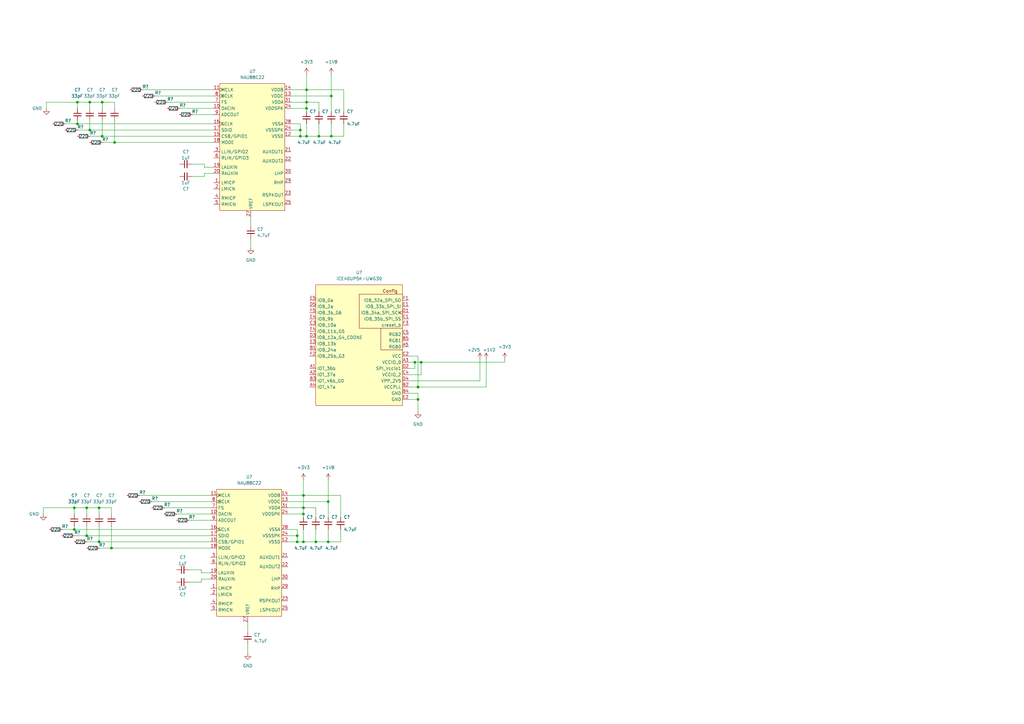
<source format=kicad_sch>
(kicad_sch (version 20211123) (generator eeschema)
  (paper "A3")
  (title_block (title "Kopi Kat") (date "2022-04-02") (rev "v0") (company "Daniel Knüppe") (comment 1 "A general purpos audio interface.") (comment 2 "CERN-OHL-P v2"))
  (lib_symbols
    (symbol "Device:C_Small" (pin_numbers hide) (pin_names (offset 0.254) hide)
      (property "Reference" "C" (at 0.254 1.778 0))
      (property "Value" "C_Small" (at 0.254 -2.032 0))
      (symbol "C_Small_0_1"
        (polyline (pts (xy -1.524 -0.508) (xy 1.524 -0.508)) (stroke (width 0.3302)))
        (polyline (pts (xy -1.524 0.508) (xy 1.524 0.508)) (stroke (width 0.3048)))
      )
      (symbol "C_Small_1_1"
        (pin passive line (at 0 2.54 270) (length 2.032) (name "~") (number "1"))
        (pin passive line (at 0 -2.54 90) (length 2.032) (name "~") (number "2"))
      )
    )
    (symbol "Device:R_Small" (pin_numbers hide) (pin_names (offset 0.254) hide)
      (property "Reference" "R" (at 0.762 0.508 0))
      (property "Value" "R_Small" (at 0.762 -1.016 0))
      (symbol "R_Small_0_1"
        (rectangle (start -0.762 1.778) (end 0.762 -1.778) (stroke (width 0.2032)))
      )
      (symbol "R_Small_1_1"
        (pin passive line (at 0 2.54 270) (length 0.762) (name "~") (number "1"))
        (pin passive line (at 0 -2.54 90) (length 0.762) (name "~") (number "2"))
      )
    )
    (symbol "dknueppe:NAU88C22"
      (property "Reference" "U" (at 10.16 38.1 0))
      (property "Value" "NAU88C22" (at -7.62 38.1 0))
      (symbol "NAU88C22_0_1"
        (rectangle (start -12.7 36.83) (end 13.97 -15.24) (fill (type background)))
      )
      (symbol "NAU88C22_1_1"
        (pin input line (at -15.24 -3.81 0) (length 2.54) (name "LMICP") (number "1"))
        (pin input line (at -15.24 26.67 0) (length 2.54) (name "DACIN") (number "10"))
        (pin input clock (at -15.24 34.29 0) (length 2.54) (name "MCLK") (number "11"))
        (pin power_in line (at 16.51 15.24 180) (length 2.54) (name "VSSD") (number "12"))
        (pin power_in line (at 16.51 31.75 180) (length 2.54) (name "VDDC") (number "13"))
        (pin power_in line (at 16.51 34.29 180) (length 2.54) (name "VDDB") (number "14"))
        (pin input line (at -15.24 15.24 0) (length 2.54) (name "CSB/GPIO1") (number "15"))
        (pin input clock (at -15.24 20.32 0) (length 2.54) (name "SCLK") (number "16"))
        (pin input line (at -15.24 17.78 0) (length 2.54) (name "SDIO") (number "17"))
        (pin input line (at -15.24 12.7 0) (length 2.54) (name "MODE") (number "18"))
        (pin input line (at -15.24 2.54 0) (length 2.54) (name "LAUXIN") (number "19"))
        (pin input line (at -15.24 -6.35 0) (length 2.54) (name "LMICN") (number "2"))
        (pin input line (at -15.24 0 0) (length 2.54) (name "RAUXIN") (number "20"))
        (pin output line (at 16.51 8.89 180) (length 2.54) (name "AUXOUT1") (number "21"))
        (pin output line (at 16.51 5.08 180) (length 2.54) (name "AUXOUT2") (number "22"))
        (pin output line (at 16.51 -8.89 180) (length 2.54) (name "RSPKOUT") (number "23"))
        (pin power_in line (at 16.51 26.67 180) (length 2.54) (name "VDDSPK") (number "24"))
        (pin power_in line (at 16.51 17.78 180) (length 2.54) (name "VSSSPK") (number "24"))
        (pin output line (at 16.51 -12.7 180) (length 2.54) (name "LSPKOUT") (number "25"))
        (pin output line (at 0 -17.78 90) (length 2.54) (name "VREF") (number "27"))
        (pin power_in line (at 16.51 20.32 180) (length 2.54) (name "VSSA") (number "28"))
        (pin output line (at 16.51 -3.81 180) (length 2.54) (name "RHP") (number "29"))
        (pin bidirectional line (at -15.24 8.89 0) (length 2.54) (name "LLIN/GPIO2") (number "3"))
        (pin output line (at 16.51 0 180) (length 2.54) (name "LHP") (number "30"))
        (pin power_in line (at 16.51 29.21 180) (length 2.54) (name "VDDA") (number "31"))
        (pin input line (at -15.24 -10.16 0) (length 2.54) (name "RMICP") (number "4"))
        (pin input line (at -15.24 -12.7 0) (length 2.54) (name "RMICN") (number "5"))
        (pin bidirectional line (at -15.24 6.35 0) (length 2.54) (name "RLIN/GPIO3") (number "6"))
        (pin bidirectional line (at -15.24 29.21 0) (length 2.54) (name "FS") (number "7"))
        (pin bidirectional clock (at -15.24 31.75 0) (length 2.54) (name "BCLK") (number "8"))
        (pin output line (at -15.24 24.13 0) (length 2.54) (name "ADCOUT") (number "9"))
      )
    )
    (symbol "dknueppe:iCE40UP5K-UWG30"
      (property "Reference" "U" (at 16.51 26.67 0))
      (property "Value" "iCE40UP5K-UWG30" (at -8.89 26.67 0))
      (symbol "iCE40UP5K-UWG30_0_0"
        (text "Config" (at 12.7 22.86 0) (effects (font (size 1.27 1.27))))
      )
      (symbol "iCE40UP5K-UWG30_0_1"
        (rectangle (start -17.78 25.4) (end 17.78 -24.13) (fill (type background)))
        (polyline (pts (xy 8.89 7.62) (xy 8.89 -1.27) (xy 17.78 -1.27)))
        (polyline (pts (xy 17.78 7.62) (xy 0 7.62) (xy 0 21.59) (xy 17.78 21.59)))
      )
      (symbol "iCE40UP5K-UWG30_1_1"
        (pin bidirectional line (at -20.32 -8.89 0) (length 2.54) (name "IOT_36b") (number "A1"))
        (pin bidirectional line (at -20.32 -11.43 0) (length 2.54) (name "IOT_37a") (number "A2"))
        (pin power_in line (at 20.32 -6.35 180) (length 2.54) (name "VCCIO_0") (number "A3"))
        (pin bidirectional line (at -20.32 -16.51 0) (length 2.54) (name "IOT_47a") (number "A4"))
        (pin bidirectional line (at 20.32 0 180) (length 2.54) (name "RGB0") (number "A5"))
        (pin bidirectional line (at -20.32 -1.27 0) (length 2.54) (name "IOB_24a") (number "B1"))
        (pin power_in line (at 20.32 -16.51 180) (length 2.54) (name "VCCPLL") (number "B2"))
        (pin bidirectional line (at -20.32 -13.97 0) (length 2.54) (name "IOT_46b_G0") (number "B3"))
        (pin power_in line (at 20.32 -19.05 180) (length 2.54) (name "GND") (number "B4"))
        (pin bidirectional line (at 20.32 2.54 180) (length 2.54) (name "RGB1") (number "B5"))
        (pin output line (at 20.32 11.43 180) (length 2.54) (name "IOB_35b_SPI_SS") (number "C1"))
        (pin power_in line (at 20.32 -3.81 180) (length 2.54) (name "VCC") (number "C2"))
        (pin bidirectional line (at -20.32 8.89 0) (length 2.54) (name "IOB_10a") (number "C3"))
        (pin power_in line (at 20.32 -11.43 180) (length 2.54) (name "VCCIO_2") (number "C4"))
        (pin bidirectional line (at 20.32 5.08 180) (length 2.54) (name "RGB2") (number "C5"))
        (pin output clock (at 20.32 13.97 180) (length 2.54) (name "IOB_34a_SPI_SCK") (number "D1"))
        (pin power_in line (at 20.32 -8.89 180) (length 2.54) (name "SPI_Vccio1") (number "D2"))
        (pin bidirectional line (at -20.32 3.81 0) (length 2.54) (name "IOB_12a_G4_CDONE") (number "D3"))
        (pin power_in line (at 20.32 -13.97 180) (length 2.54) (name "VPP_2V5") (number "D4"))
        (pin bidirectional line (at -20.32 16.51 0) (length 2.54) (name "IOB_2a") (number "D5"))
        (pin input line (at 20.32 16.51 180) (length 2.54) (name "IOB_33b_SPI_SI") (number "E1"))
        (pin power_in line (at 20.32 -21.59 180) (length 2.54) (name "GND") (number "E2"))
        (pin bidirectional line (at -20.32 1.27 0) (length 2.54) (name "IOB_13b") (number "E3"))
        (pin bidirectional line (at -20.32 11.43 0) (length 2.54) (name "IOB_9b") (number "E4"))
        (pin bidirectional line (at -20.32 19.05 0) (length 2.54) (name "IOB_0a") (number "E5"))
        (pin output line (at 20.32 19.05 180) (length 2.54) (name "IOB_32a_SPI_SO") (number "F1"))
        (pin bidirectional line (at -20.32 -3.81 0) (length 2.54) (name "IOB_25b_G3") (number "F2"))
        (pin input line (at 20.32 8.89 180) (length 2.54) (name "creset_b") (number "F3"))
        (pin bidirectional line (at -20.32 6.35 0) (length 2.54) (name "IOB_11b_G5") (number "F4"))
        (pin bidirectional line (at -20.32 13.97 0) (length 2.54) (name "IOB_3b_G6") (number "F5"))
      )
    )
    (symbol "power:+1V2" (power) (pin_names (offset 0))
      (property "Value" "+1V2" (at 0 3.556 0))
      (symbol "+1V2_0_1"
        (polyline (pts (xy -0.762 1.27) (xy 0 2.54)))
        (polyline (pts (xy 0 0) (xy 0 2.54)))
        (polyline (pts (xy 0 2.54) (xy 0.762 1.27)))
      )
      (symbol "+1V2_1_1"
        (pin power_in line (at 0 0 90) (length 0) hide (name "+1V2") (number "1"))
      )
    )
    (symbol "power:+1V8" (power) (pin_names (offset 0))
      (property "Value" "+1V8" (at 0 3.556 0))
      (symbol "+1V8_0_1"
        (polyline (pts (xy -0.762 1.27) (xy 0 2.54)))
        (polyline (pts (xy 0 0) (xy 0 2.54)))
        (polyline (pts (xy 0 2.54) (xy 0.762 1.27)))
      )
      (symbol "+1V8_1_1"
        (pin power_in line (at 0 0 90) (length 0) hide (name "+1V8") (number "1"))
      )
    )
    (symbol "power:+2V5" (power) (pin_names (offset 0))
      (property "Value" "+2V5" (at 0 3.556 0))
      (symbol "+2V5_0_1"
        (polyline (pts (xy -0.762 1.27) (xy 0 2.54)))
        (polyline (pts (xy 0 0) (xy 0 2.54)))
        (polyline (pts (xy 0 2.54) (xy 0.762 1.27)))
      )
      (symbol "+2V5_1_1"
        (pin power_in line (at 0 0 90) (length 0) hide (name "+2V5") (number "1"))
      )
    )
    (symbol "power:+3V3" (power) (pin_names (offset 0))
      (property "Value" "+3V3" (at 0 3.556 0))
      (symbol "+3V3_0_1"
        (polyline (pts (xy -0.762 1.27) (xy 0 2.54)))
        (polyline (pts (xy 0 0) (xy 0 2.54)))
        (polyline (pts (xy 0 2.54) (xy 0.762 1.27)))
      )
      (symbol "+3V3_1_1"
        (pin power_in line (at 0 0 90) (length 0) hide (name "+3V3") (number "1"))
      )
    )
    (symbol "power:GND" (power) (pin_names (offset 0))
      (property "Value" "GND" (at 0 -3.81 0))
      (symbol "GND_0_1"
        (polyline (pts (xy 0 0) (xy 0 -1.27) (xy 1.27 -1.27) (xy 0 -2.54) (xy -1.27 -1.27) (xy 0 -1.27)))
      )
      (symbol "GND_1_1"
        (pin power_in line (at 0 0 270) (length 0) hide (name "GND") (number "1"))
      )
    )
  )
  (junction (at 129.54 222.25))
  (junction (at 125.73 36.83))
  (junction (at 123.19 53.34))
  (junction (at 36.83 41.91))
  (junction (at 125.73 44.45))
  (junction (at 135.89 39.37))
  (junction (at 172.72 148.59))
  (junction (at 30.48 217.17))
  (junction (at 45.72 224.79))
  (junction (at 35.56 208.28))
  (junction (at 125.73 41.91))
  (junction (at 130.81 55.88))
  (junction (at 41.91 41.91))
  (junction (at 171.45 163.83))
  (junction (at 125.73 55.88))
  (junction (at 40.64 222.25))
  (junction (at 35.56 219.71))
  (junction (at 41.91 55.88))
  (junction (at 134.62 205.74))
  (junction (at 121.92 219.71))
  (junction (at 170.18 148.59))
  (junction (at 31.75 50.8))
  (junction (at 124.46 203.2))
  (junction (at 124.46 208.28))
  (junction (at 124.46 210.82))
  (junction (at 171.45 158.75))
  (junction (at 40.64 208.28))
  (junction (at 30.48 208.28))
  (junction (at 124.46 222.25))
  (junction (at 31.75 41.91))
  (junction (at 134.62 222.25))
  (junction (at 123.19 55.88))
  (junction (at 121.92 222.25))
  (junction (at 46.99 58.42))
  (junction (at 135.89 55.88))
  (junction (at 36.83 53.34))
  (wire (pts (xy 134.62 196.85) (xy 134.62 205.74)))
  (wire (pts (xy 30.48 215.9) (xy 30.48 217.17)))
  (wire (pts (xy 125.73 36.83) (xy 140.97 36.83)))
  (wire (pts (xy 130.81 41.91) (xy 125.73 41.91)))
  (wire (pts (xy 31.75 41.91) (xy 36.83 41.91)))
  (wire (pts (xy 135.89 39.37) (xy 135.89 45.72)))
  (wire (pts (xy 78.74 46.99) (xy 87.63 46.99)))
  (wire (pts (xy 73.66 44.45) (xy 87.63 44.45)))
  (wire (pts (xy 40.64 222.25) (xy 86.36 222.25)))
  (wire (pts (xy 119.38 36.83) (xy 125.73 36.83)))
  (wire (pts (xy 45.72 224.79) (xy 86.36 224.79)))
  (wire (pts (xy 83.82 71.12) (xy 83.82 72.39)))
  (wire (pts (xy 30.48 208.28) (xy 35.56 208.28)))
  (wire (pts (xy 125.73 36.83) (xy 125.73 41.91)))
  (wire (pts (xy 125.73 30.48) (xy 125.73 36.83)))
  (wire (pts (xy 135.89 50.8) (xy 135.89 55.88)))
  (wire (pts (xy 125.73 50.8) (xy 125.73 55.88)))
  (wire (pts (xy 207.01 147.32) (xy 207.01 148.59)))
  (wire (pts (xy 36.83 55.88) (xy 41.91 55.88)))
  (wire (pts (xy 118.11 203.2) (xy 124.46 203.2)))
  (wire (pts (xy 82.55 237.49) (xy 82.55 238.76)))
  (wire (pts (xy 26.67 50.8) (xy 31.75 50.8)))
  (wire (pts (xy 40.64 208.28) (xy 45.72 208.28)))
  (wire (pts (xy 82.55 238.76) (xy 77.47 238.76)))
  (wire (pts (xy 68.58 41.91) (xy 87.63 41.91)))
  (wire (pts (xy 118.11 217.17) (xy 121.92 217.17)))
  (wire (pts (xy 45.72 215.9) (xy 45.72 224.79)))
  (wire (pts (xy 119.38 39.37) (xy 135.89 39.37)))
  (wire (pts (xy 35.56 208.28) (xy 40.64 208.28)))
  (wire (pts (xy 135.89 55.88) (xy 140.97 55.88)))
  (wire (pts (xy 82.55 233.68) (xy 82.55 234.95)))
  (wire (pts (xy 124.46 203.2) (xy 124.46 208.28)))
  (wire (pts (xy 123.19 53.34) (xy 123.19 55.88)))
  (wire (pts (xy 41.91 41.91) (xy 46.99 41.91)))
  (wire (pts (xy 124.46 217.17) (xy 124.46 222.25)))
  (wire (pts (xy 124.46 203.2) (xy 139.7 203.2)))
  (wire (pts (xy 58.42 36.83) (xy 87.63 36.83)))
  (wire (pts (xy 167.64 151.13) (xy 170.18 151.13)))
  (wire (pts (xy 30.48 219.71) (xy 35.56 219.71)))
  (wire (pts (xy 199.39 158.75) (xy 171.45 158.75)))
  (wire (pts (xy 83.82 68.58) (xy 87.63 68.58)))
  (wire (pts (xy 123.19 50.8) (xy 123.19 53.34)))
  (wire (pts (xy 124.46 208.28) (xy 118.11 208.28)))
  (wire (pts (xy 63.5 39.37) (xy 87.63 39.37)))
  (wire (pts (xy 125.73 45.72) (xy 125.73 44.45)))
  (wire (pts (xy 101.6 264.16) (xy 101.6 267.97)))
  (wire (pts (xy 124.46 222.25) (xy 129.54 222.25)))
  (wire (pts (xy 140.97 36.83) (xy 140.97 45.72)))
  (wire (pts (xy 25.4 217.17) (xy 30.48 217.17)))
  (wire (pts (xy 134.62 217.17) (xy 134.62 222.25)))
  (wire (pts (xy 31.75 41.91) (xy 31.75 44.45)))
  (wire (pts (xy 35.56 219.71) (xy 86.36 219.71)))
  (wire (pts (xy 87.63 71.12) (xy 83.82 71.12)))
  (wire (pts (xy 36.83 49.53) (xy 36.83 53.34)))
  (wire (pts (xy 135.89 30.48) (xy 135.89 39.37)))
  (wire (pts (xy 121.92 219.71) (xy 121.92 222.25)))
  (wire (pts (xy 46.99 41.91) (xy 46.99 44.45)))
  (wire (pts (xy 40.64 208.28) (xy 40.64 210.82)))
  (wire (pts (xy 31.75 53.34) (xy 36.83 53.34)))
  (wire (pts (xy 167.64 156.21) (xy 196.85 156.21)))
  (wire (pts (xy 207.01 148.59) (xy 172.72 148.59)))
  (wire (pts (xy 129.54 217.17) (xy 129.54 222.25)))
  (wire (pts (xy 83.82 72.39) (xy 78.74 72.39)))
  (wire (pts (xy 125.73 41.91) (xy 125.73 44.45)))
  (wire (pts (xy 41.91 58.42) (xy 46.99 58.42)))
  (wire (pts (xy 35.56 208.28) (xy 35.56 210.82)))
  (wire (pts (xy 31.75 50.8) (xy 87.63 50.8)))
  (wire (pts (xy 102.87 88.9) (xy 102.87 92.71)))
  (wire (pts (xy 41.91 41.91) (xy 41.91 44.45)))
  (wire (pts (xy 171.45 146.05) (xy 171.45 158.75)))
  (wire (pts (xy 77.47 213.36) (xy 86.36 213.36)))
  (wire (pts (xy 125.73 41.91) (xy 119.38 41.91)))
  (wire (pts (xy 199.39 147.32) (xy 199.39 158.75)))
  (wire (pts (xy 167.64 153.67) (xy 172.72 153.67)))
  (wire (pts (xy 121.92 222.25) (xy 124.46 222.25)))
  (wire (pts (xy 139.7 203.2) (xy 139.7 212.09)))
  (wire (pts (xy 124.46 196.85) (xy 124.46 203.2)))
  (wire (pts (xy 119.38 53.34) (xy 123.19 53.34)))
  (wire (pts (xy 77.47 233.68) (xy 82.55 233.68)))
  (wire (pts (xy 40.64 215.9) (xy 40.64 222.25)))
  (wire (pts (xy 36.83 41.91) (xy 36.83 44.45)))
  (wire (pts (xy 130.81 50.8) (xy 130.81 55.88)))
  (wire (pts (xy 170.18 148.59) (xy 167.64 148.59)))
  (wire (pts (xy 78.74 67.31) (xy 83.82 67.31)))
  (wire (pts (xy 72.39 210.82) (xy 86.36 210.82)))
  (wire (pts (xy 196.85 147.32) (xy 196.85 156.21)))
  (wire (pts (xy 139.7 222.25) (xy 139.7 217.17)))
  (wire (pts (xy 167.64 146.05) (xy 171.45 146.05)))
  (wire (pts (xy 129.54 208.28) (xy 124.46 208.28)))
  (wire (pts (xy 119.38 50.8) (xy 123.19 50.8)))
  (wire (pts (xy 101.6 255.27) (xy 101.6 259.08)))
  (wire (pts (xy 40.64 224.79) (xy 45.72 224.79)))
  (wire (pts (xy 130.81 55.88) (xy 135.89 55.88)))
  (wire (pts (xy 35.56 215.9) (xy 35.56 219.71)))
  (wire (pts (xy 129.54 212.09) (xy 129.54 208.28)))
  (wire (pts (xy 129.54 222.25) (xy 134.62 222.25)))
  (wire (pts (xy 171.45 163.83) (xy 171.45 161.29)))
  (wire (pts (xy 82.55 234.95) (xy 86.36 234.95)))
  (wire (pts (xy 57.15 203.2) (xy 86.36 203.2)))
  (wire (pts (xy 17.78 210.82) (xy 17.78 208.28)))
  (wire (pts (xy 172.72 153.67) (xy 172.72 148.59)))
  (wire (pts (xy 36.83 53.34) (xy 87.63 53.34)))
  (wire (pts (xy 125.73 55.88) (xy 130.81 55.88)))
  (wire (pts (xy 119.38 55.88) (xy 123.19 55.88)))
  (wire (pts (xy 17.78 208.28) (xy 30.48 208.28)))
  (wire (pts (xy 41.91 55.88) (xy 87.63 55.88)))
  (wire (pts (xy 167.64 163.83) (xy 171.45 163.83)))
  (wire (pts (xy 170.18 151.13) (xy 170.18 148.59)))
  (wire (pts (xy 130.81 45.72) (xy 130.81 41.91)))
  (wire (pts (xy 19.05 41.91) (xy 31.75 41.91)))
  (wire (pts (xy 19.05 44.45) (xy 19.05 41.91)))
  (wire (pts (xy 124.46 212.09) (xy 124.46 210.82)))
  (wire (pts (xy 124.46 208.28) (xy 124.46 210.82)))
  (wire (pts (xy 171.45 161.29) (xy 167.64 161.29)))
  (wire (pts (xy 35.56 222.25) (xy 40.64 222.25)))
  (wire (pts (xy 31.75 49.53) (xy 31.75 50.8)))
  (wire (pts (xy 140.97 55.88) (xy 140.97 50.8)))
  (wire (pts (xy 86.36 237.49) (xy 82.55 237.49)))
  (wire (pts (xy 121.92 217.17) (xy 121.92 219.71)))
  (wire (pts (xy 62.23 205.74) (xy 86.36 205.74)))
  (wire (pts (xy 83.82 67.31) (xy 83.82 68.58)))
  (wire (pts (xy 36.83 41.91) (xy 41.91 41.91)))
  (wire (pts (xy 30.48 217.17) (xy 86.36 217.17)))
  (wire (pts (xy 124.46 210.82) (xy 118.11 210.82)))
  (wire (pts (xy 134.62 222.25) (xy 139.7 222.25)))
  (wire (pts (xy 171.45 168.91) (xy 171.45 163.83)))
  (wire (pts (xy 67.31 208.28) (xy 86.36 208.28)))
  (wire (pts (xy 171.45 158.75) (xy 167.64 158.75)))
  (wire (pts (xy 172.72 148.59) (xy 170.18 148.59)))
  (wire (pts (xy 102.87 97.79) (xy 102.87 101.6)))
  (wire (pts (xy 123.19 55.88) (xy 125.73 55.88)))
  (wire (pts (xy 118.11 222.25) (xy 121.92 222.25)))
  (wire (pts (xy 41.91 49.53) (xy 41.91 55.88)))
  (wire (pts (xy 46.99 58.42) (xy 87.63 58.42)))
  (wire (pts (xy 134.62 205.74) (xy 134.62 212.09)))
  (wire (pts (xy 45.72 208.28) (xy 45.72 210.82)))
  (wire (pts (xy 118.11 219.71) (xy 121.92 219.71)))
  (wire (pts (xy 118.11 205.74) (xy 134.62 205.74)))
  (wire (pts (xy 30.48 208.28) (xy 30.48 210.82)))
  (wire (pts (xy 125.73 44.45) (xy 119.38 44.45)))
  (wire (pts (xy 46.99 49.53) (xy 46.99 58.42)))
  (symbol (lib_id "Device:R_Small") (at 29.21 53.34 90) (unit 1)
    (property "Reference" "R?" (at 33.02 52.07 90))
    (property "Value" "220" (at 29.21 53.34 90))
  )
  (symbol (lib_id "Device:C_Small") (at 134.62 214.63 0) (unit 1)
    (property "Reference" "C?" (at 135.89 212.09 0) (effects (justify left)))
    (property "Value" "4.7uF" (at 133.35 224.79 0) (effects (justify left)))
  )
  (symbol (lib_id "Device:C_Small") (at 35.56 213.36 0) (unit 1)
    (property "Reference" "C?" (at 34.29 203.2 0) (effects (justify left)))
    (property "Value" "33pF" (at 33.02 205.74 0) (effects (justify left)))
  )
  (symbol (lib_id "Device:C_Small") (at 129.54 214.63 0) (unit 1)
    (property "Reference" "C?" (at 130.81 212.09 0) (effects (justify left)))
    (property "Value" "4.7uF" (at 127 224.79 0) (effects (justify left)))
  )
  (symbol (lib_id "Device:R_Small") (at 71.12 44.45 90) (unit 1)
    (property "Reference" "R?" (at 74.93 43.18 90))
    (property "Value" "220" (at 71.12 44.45 90))
  )
  (symbol (lib_id "Device:C_Small") (at 125.73 48.26 0) (unit 1)
    (property "Reference" "C?" (at 127 45.72 0) (effects (justify left)))
    (property "Value" "4.7uF" (at 121.92 58.42 0) (effects (justify left)))
  )
  (symbol (lib_id "Device:R_Small") (at 59.69 205.74 90) (unit 1)
    (property "Reference" "R?" (at 63.5 204.47 90))
    (property "Value" "220" (at 59.69 205.74 90))
  )
  (symbol (lib_id "Device:C_Small") (at 74.93 238.76 270) (unit 1)
    (property "Reference" "C?" (at 74.93 243.84 90))
    (property "Value" "1uF" (at 74.93 241.3 90))
  )
  (symbol (lib_id "Device:C_Small") (at 40.64 213.36 0) (unit 1)
    (property "Reference" "C?" (at 39.37 203.2 0) (effects (justify left)))
    (property "Value" "33pF" (at 38.1 205.74 0) (effects (justify left)))
  )
  (symbol (lib_id "Device:R_Small") (at 55.88 36.83 90) (unit 1)
    (property "Reference" "R?" (at 59.69 35.56 90))
    (property "Value" "220" (at 55.88 36.83 90))
  )
  (symbol (lib_id "Device:R_Small") (at 33.02 222.25 90) (unit 1)
    (property "Reference" "R?" (at 36.83 220.98 90))
    (property "Value" "220" (at 33.02 222.25 90))
  )
  (symbol (lib_id "Device:C_Small") (at 101.6 261.62 0) (unit 1)
    (property "Reference" "C?" (at 104.14 260.3562 0) (effects (justify left)))
    (property "Value" "4.7uF" (at 104.14 262.8962 0) (effects (justify left)))
  )
  (symbol (lib_id "power:GND") (at 102.87 101.6 0) (unit 1)
    (property "Reference" "#PWR?" (effects hide))
    (property "Value" "GND" (at 102.87 106.68 0))
  )
  (symbol (lib_id "Device:C_Small") (at 74.93 233.68 90) (unit 1)
    (property "Reference" "C?" (at 74.93 228.6 90))
    (property "Value" "1uF" (at 74.93 231.14 90))
  )
  (symbol (lib_id "power:+1V8") (at 134.62 196.85 0) (unit 1)
    (property "Reference" "#PWR?" (effects hide))
    (property "Value" "+1V8" (at 134.62 191.77 0))
  )
  (symbol (lib_id "power:GND") (at 171.45 168.91 0) (unit 1)
    (property "Reference" "#PWR?" (effects hide))
    (property "Value" "GND" (at 171.45 173.99 0))
  )
  (symbol (lib_id "Device:C_Small") (at 140.97 48.26 0) (unit 1)
    (property "Reference" "C?" (at 142.24 45.72 0) (effects (justify left)))
    (property "Value" "4.7uF" (at 142.24 50.8 0) (effects (justify left)))
  )
  (symbol (lib_id "Device:R_Small") (at 76.2 46.99 90) (unit 1)
    (property "Reference" "R?" (at 80.01 45.72 90))
    (property "Value" "220" (at 76.2 46.99 90))
  )
  (symbol (lib_id "Device:C_Small") (at 45.72 213.36 0) (unit 1)
    (property "Reference" "C?" (at 44.45 203.2 0) (effects (justify left)))
    (property "Value" "33pF" (at 43.18 205.74 0) (effects (justify left)))
  )
  (symbol (lib_id "Device:R_Small") (at 39.37 58.42 90) (unit 1)
    (property "Reference" "R?" (at 43.18 57.15 90))
    (property "Value" "220" (at 39.37 58.42 90))
  )
  (symbol (lib_id "dknueppe:iCE40UP5K-UWG30") (at 147.32 142.24 0) (unit 1)
    (property "Reference" "U?" (at 147.32 111.76 0))
    (property "Value" "iCE40UP5K-UWG30" (at 147.32 114.3 0))
  )
  (symbol (lib_id "Device:C_Small") (at 76.2 67.31 90) (unit 1)
    (property "Reference" "C?" (at 76.2 62.23 90))
    (property "Value" "1uF" (at 76.2 64.77 90))
  )
  (symbol (lib_id "Device:R_Small") (at 22.86 217.17 90) (unit 1)
    (property "Reference" "R?" (at 26.67 215.9 90))
    (property "Value" "220" (at 22.86 217.17 90))
  )
  (symbol (lib_id "power:GND") (at 101.6 267.97 0) (unit 1)
    (property "Reference" "#PWR?" (effects hide))
    (property "Value" "GND" (at 101.6 273.05 0))
  )
  (symbol (lib_id "power:GND") (at 19.05 44.45 0) (unit 1)
    (property "Reference" "#PWR?" (effects hide))
    (property "Value" "GND" (at 15.24 44.45 0))
  )
  (symbol (lib_id "Device:C_Small") (at 135.89 48.26 0) (unit 1)
    (property "Reference" "C?" (at 137.16 45.72 0) (effects (justify left)))
    (property "Value" "4.7uF" (at 134.62 58.42 0) (effects (justify left)))
  )
  (symbol (lib_id "Device:C_Small") (at 46.99 46.99 0) (unit 1)
    (property "Reference" "C?" (at 45.72 36.83 0) (effects (justify left)))
    (property "Value" "33pF" (at 44.45 39.37 0) (effects (justify left)))
  )
  (symbol (lib_id "Device:C_Small") (at 102.87 95.25 0) (unit 1)
    (property "Reference" "C?" (at 105.41 93.9862 0) (effects (justify left)))
    (property "Value" "4.7uF" (at 105.41 96.5262 0) (effects (justify left)))
  )
  (symbol (lib_id "Device:C_Small") (at 139.7 214.63 0) (unit 1)
    (property "Reference" "C?" (at 140.97 212.09 0) (effects (justify left)))
    (property "Value" "4.7uF" (at 140.97 217.17 0) (effects (justify left)))
  )
  (symbol (lib_id "Device:C_Small") (at 36.83 46.99 0) (unit 1)
    (property "Reference" "C?" (at 35.56 36.83 0) (effects (justify left)))
    (property "Value" "33pF" (at 34.29 39.37 0) (effects (justify left)))
  )
  (symbol (lib_id "power:+1V2") (at 199.39 147.32 0) (unit 1)
    (property "Reference" "#PWR?" (effects hide))
    (property "Value" "+1V2" (at 200.66 143.51 0))
  )
  (symbol (lib_id "Device:C_Small") (at 31.75 46.99 0) (unit 1)
    (property "Reference" "C?" (at 30.48 36.83 0) (effects (justify left)))
    (property "Value" "33pF" (at 29.21 39.37 0) (effects (justify left)))
  )
  (symbol (lib_id "Device:R_Small") (at 24.13 50.8 90) (unit 1)
    (property "Reference" "R?" (at 27.94 49.53 90))
    (property "Value" "220" (at 24.13 50.8 90))
  )
  (symbol (lib_id "Device:R_Small") (at 34.29 55.88 90) (unit 1)
    (property "Reference" "R?" (at 38.1 54.61 90))
    (property "Value" "220" (at 34.29 55.88 90))
  )
  (symbol (lib_id "Device:C_Small") (at 76.2 72.39 270) (unit 1)
    (property "Reference" "C?" (at 76.2 77.47 90))
    (property "Value" "1uF" (at 76.2 74.93 90))
  )
  (symbol (lib_id "power:+2V5") (at 196.85 147.32 0) (unit 1)
    (property "Reference" "#PWR?" (effects hide))
    (property "Value" "+2V5" (at 194.31 143.51 0))
  )
  (symbol (lib_id "power:GND") (at 17.78 210.82 0) (unit 1)
    (property "Reference" "#PWR?" (effects hide))
    (property "Value" "GND" (at 13.97 210.82 0))
  )
  (symbol (lib_id "power:+3V3") (at 125.73 30.48 0) (unit 1)
    (property "Reference" "#PWR?" (effects hide))
    (property "Value" "+3V3" (at 125.73 25.4 0))
  )
  (symbol (lib_id "Device:R_Small") (at 38.1 224.79 90) (unit 1)
    (property "Reference" "R?" (at 41.91 223.52 90))
    (property "Value" "220" (at 38.1 224.79 90))
  )
  (symbol (lib_id "Device:R_Small") (at 74.93 213.36 90) (unit 1)
    (property "Reference" "R?" (at 78.74 212.09 90))
    (property "Value" "220" (at 74.93 213.36 90))
  )
  (symbol (lib_id "Device:R_Small") (at 64.77 208.28 90) (unit 1)
    (property "Reference" "R?" (at 68.58 207.01 90))
    (property "Value" "220" (at 64.77 208.28 90))
  )
  (symbol (lib_id "Device:R_Small") (at 54.61 203.2 90) (unit 1)
    (property "Reference" "R?" (at 58.42 201.93 90))
    (property "Value" "220" (at 54.61 203.2 90))
  )
  (symbol (lib_id "Device:C_Small") (at 124.46 214.63 0) (unit 1)
    (property "Reference" "C?" (at 125.73 212.09 0) (effects (justify left)))
    (property "Value" "4.7uF" (at 120.65 224.79 0) (effects (justify left)))
  )
  (symbol (lib_id "Device:R_Small") (at 27.94 219.71 90) (unit 1)
    (property "Reference" "R?" (at 31.75 218.44 90))
    (property "Value" "220" (at 27.94 219.71 90))
  )
  (symbol (lib_id "power:+3V3") (at 207.01 147.32 0) (unit 1)
    (property "Reference" "#PWR?" (effects hide))
    (property "Value" "+3V3" (at 207.01 142.24 0))
  )
  (symbol (lib_id "Device:C_Small") (at 41.91 46.99 0) (unit 1)
    (property "Reference" "C?" (at 40.64 36.83 0) (effects (justify left)))
    (property "Value" "33pF" (at 39.37 39.37 0) (effects (justify left)))
  )
  (symbol (lib_id "power:+3V3") (at 124.46 196.85 0) (unit 1)
    (property "Reference" "#PWR?" (effects hide))
    (property "Value" "+3V3" (at 124.46 191.77 0))
  )
  (symbol (lib_id "Device:C_Small") (at 130.81 48.26 0) (unit 1)
    (property "Reference" "C?" (at 132.08 45.72 0) (effects (justify left)))
    (property "Value" "4.7uF" (at 128.27 58.42 0) (effects (justify left)))
  )
  (symbol (lib_id "Device:R_Small") (at 66.04 41.91 90) (unit 1)
    (property "Reference" "R?" (at 69.85 40.64 90))
    (property "Value" "220" (at 66.04 41.91 90))
  )
  (symbol (lib_id "Device:R_Small") (at 69.85 210.82 90) (unit 1)
    (property "Reference" "R?" (at 73.66 209.55 90))
    (property "Value" "220" (at 69.85 210.82 90))
  )
  (symbol (lib_id "dknueppe:NAU88C22") (at 101.6 237.49 0) (unit 1)
    (property "Reference" "U?" (at 102.235 195.58 0))
    (property "Value" "NAU88C22" (at 102.235 198.12 0))
  )
  (symbol (lib_id "Device:C_Small") (at 30.48 213.36 0) (unit 1)
    (property "Reference" "C?" (at 29.21 203.2 0) (effects (justify left)))
    (property "Value" "33pF" (at 27.94 205.74 0) (effects (justify left)))
  )
  (symbol (lib_id "power:+1V8") (at 135.89 30.48 0) (unit 1)
    (property "Reference" "#PWR?" (effects hide))
    (property "Value" "+1V8" (at 135.89 25.4 0))
  )
  (symbol (lib_id "dknueppe:NAU88C22") (at 102.87 71.12 0) (unit 1)
    (property "Reference" "U?" (at 103.505 29.21 0))
    (property "Value" "NAU88C22" (at 103.505 31.75 0))
  )
  (symbol (lib_id "Device:R_Small") (at 60.96 39.37 90) (unit 1)
    (property "Reference" "R?" (at 64.77 38.1 90))
    (property "Value" "220" (at 60.96 39.37 90))
  )
)
</source>
